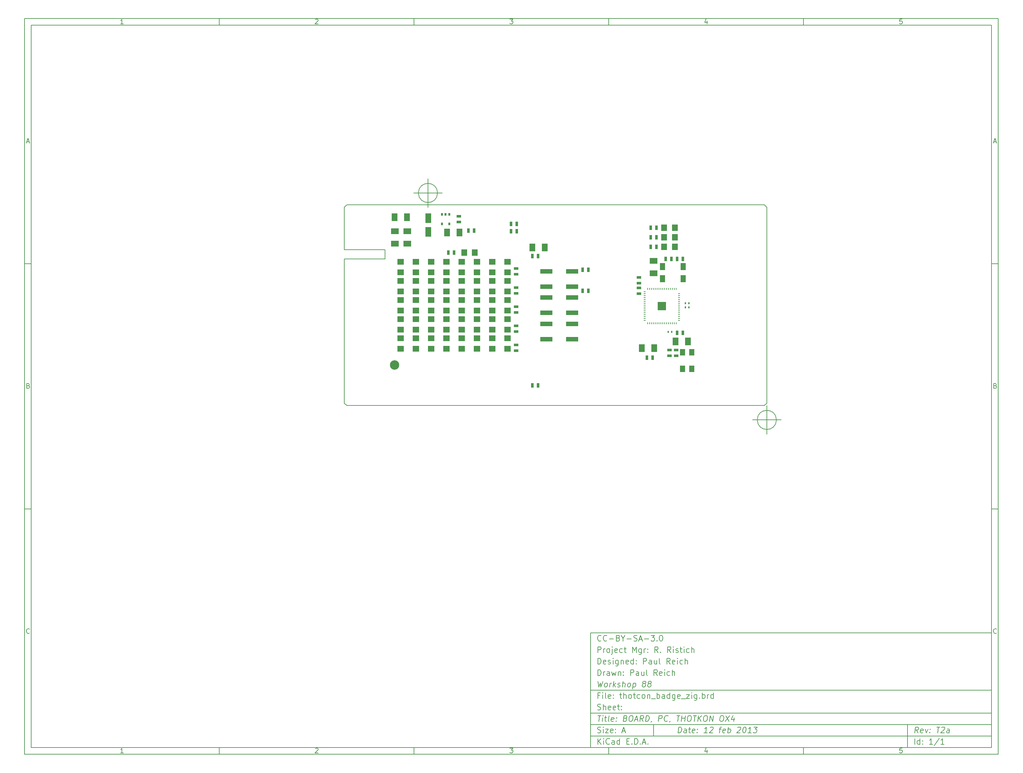
<source format=gtp>
G04 (created by PCBNEW (2012-11-15 BZR 3804)-stable) date Tue 12 Feb 2013 01:01:18 CST*
%MOIN*%
G04 Gerber Fmt 3.4, Leading zero omitted, Abs format*
%FSLAX34Y34*%
G01*
G70*
G90*
G04 APERTURE LIST*
%ADD10C,0.006*%
%ADD11C,0.00590551*%
%ADD12R,0.063X0.1024*%
%ADD13R,0.0629X0.0709*%
%ADD14R,0.00736X0.02472*%
%ADD15R,0.02472X0.00736*%
%ADD16R,0.00736X0.0236*%
%ADD17R,0.086X0.086*%
%ADD18R,0.13X0.05*%
%ADD19R,0.0551X0.0709*%
%ADD20R,0.052X0.075*%
%ADD21R,0.02X0.03*%
%ADD22R,0.06X0.08*%
%ADD23R,0.08X0.06*%
%ADD24R,0.045X0.025*%
%ADD25R,0.025X0.045*%
%ADD26R,0.0157X0.0236*%
%ADD27R,0.0709X0.0629*%
%ADD28C,0.0985*%
G04 APERTURE END LIST*
G54D10*
X-38750Y36250D02*
X63250Y36250D01*
X63250Y-40750D01*
X-38750Y-40750D01*
X-38750Y36250D01*
X-38050Y35550D02*
X62550Y35550D01*
X62550Y-40050D01*
X-38050Y-40050D01*
X-38050Y35550D01*
X-18350Y36250D02*
X-18350Y35550D01*
X-28407Y35697D02*
X-28692Y35697D01*
X-28550Y35697D02*
X-28550Y36197D01*
X-28597Y36126D01*
X-28645Y36078D01*
X-28692Y36054D01*
X-18350Y-40750D02*
X-18350Y-40050D01*
X-28407Y-40602D02*
X-28692Y-40602D01*
X-28550Y-40602D02*
X-28550Y-40102D01*
X-28597Y-40173D01*
X-28645Y-40221D01*
X-28692Y-40245D01*
X2050Y36250D02*
X2050Y35550D01*
X-8292Y36150D02*
X-8269Y36173D01*
X-8221Y36197D01*
X-8102Y36197D01*
X-8054Y36173D01*
X-8030Y36150D01*
X-8007Y36102D01*
X-8007Y36054D01*
X-8030Y35983D01*
X-8316Y35697D01*
X-8007Y35697D01*
X2050Y-40750D02*
X2050Y-40050D01*
X-8292Y-40150D02*
X-8269Y-40126D01*
X-8221Y-40102D01*
X-8102Y-40102D01*
X-8054Y-40126D01*
X-8030Y-40150D01*
X-8007Y-40197D01*
X-8007Y-40245D01*
X-8030Y-40316D01*
X-8316Y-40602D01*
X-8007Y-40602D01*
X22450Y36250D02*
X22450Y35550D01*
X12083Y36197D02*
X12392Y36197D01*
X12226Y36007D01*
X12297Y36007D01*
X12345Y35983D01*
X12369Y35959D01*
X12392Y35911D01*
X12392Y35792D01*
X12369Y35745D01*
X12345Y35721D01*
X12297Y35697D01*
X12154Y35697D01*
X12107Y35721D01*
X12083Y35745D01*
X22450Y-40750D02*
X22450Y-40050D01*
X12083Y-40102D02*
X12392Y-40102D01*
X12226Y-40292D01*
X12297Y-40292D01*
X12345Y-40316D01*
X12369Y-40340D01*
X12392Y-40388D01*
X12392Y-40507D01*
X12369Y-40554D01*
X12345Y-40578D01*
X12297Y-40602D01*
X12154Y-40602D01*
X12107Y-40578D01*
X12083Y-40554D01*
X42850Y36250D02*
X42850Y35550D01*
X32745Y36030D02*
X32745Y35697D01*
X32626Y36221D02*
X32507Y35864D01*
X32816Y35864D01*
X42850Y-40750D02*
X42850Y-40050D01*
X32745Y-40269D02*
X32745Y-40602D01*
X32626Y-40078D02*
X32507Y-40435D01*
X32816Y-40435D01*
X53169Y36197D02*
X52930Y36197D01*
X52907Y35959D01*
X52930Y35983D01*
X52978Y36007D01*
X53097Y36007D01*
X53145Y35983D01*
X53169Y35959D01*
X53192Y35911D01*
X53192Y35792D01*
X53169Y35745D01*
X53145Y35721D01*
X53097Y35697D01*
X52978Y35697D01*
X52930Y35721D01*
X52907Y35745D01*
X53169Y-40102D02*
X52930Y-40102D01*
X52907Y-40340D01*
X52930Y-40316D01*
X52978Y-40292D01*
X53097Y-40292D01*
X53145Y-40316D01*
X53169Y-40340D01*
X53192Y-40388D01*
X53192Y-40507D01*
X53169Y-40554D01*
X53145Y-40578D01*
X53097Y-40602D01*
X52978Y-40602D01*
X52930Y-40578D01*
X52907Y-40554D01*
X-38750Y10590D02*
X-38050Y10590D01*
X-38519Y23360D02*
X-38280Y23360D01*
X-38566Y23217D02*
X-38399Y23717D01*
X-38233Y23217D01*
X63250Y10590D02*
X62550Y10590D01*
X62780Y23360D02*
X63019Y23360D01*
X62733Y23217D02*
X62900Y23717D01*
X63066Y23217D01*
X-38750Y-15070D02*
X-38050Y-15070D01*
X-38364Y-2180D02*
X-38292Y-2204D01*
X-38269Y-2228D01*
X-38245Y-2275D01*
X-38245Y-2347D01*
X-38269Y-2394D01*
X-38292Y-2418D01*
X-38340Y-2442D01*
X-38530Y-2442D01*
X-38530Y-1942D01*
X-38364Y-1942D01*
X-38316Y-1966D01*
X-38292Y-1990D01*
X-38269Y-2037D01*
X-38269Y-2085D01*
X-38292Y-2132D01*
X-38316Y-2156D01*
X-38364Y-2180D01*
X-38530Y-2180D01*
X63250Y-15070D02*
X62550Y-15070D01*
X62935Y-2180D02*
X63007Y-2204D01*
X63030Y-2228D01*
X63054Y-2275D01*
X63054Y-2347D01*
X63030Y-2394D01*
X63007Y-2418D01*
X62959Y-2442D01*
X62769Y-2442D01*
X62769Y-1942D01*
X62935Y-1942D01*
X62983Y-1966D01*
X63007Y-1990D01*
X63030Y-2037D01*
X63030Y-2085D01*
X63007Y-2132D01*
X62983Y-2156D01*
X62935Y-2180D01*
X62769Y-2180D01*
X-38245Y-28054D02*
X-38269Y-28078D01*
X-38340Y-28102D01*
X-38388Y-28102D01*
X-38459Y-28078D01*
X-38507Y-28030D01*
X-38530Y-27983D01*
X-38554Y-27888D01*
X-38554Y-27816D01*
X-38530Y-27721D01*
X-38507Y-27673D01*
X-38459Y-27626D01*
X-38388Y-27602D01*
X-38340Y-27602D01*
X-38269Y-27626D01*
X-38245Y-27650D01*
X63054Y-28054D02*
X63030Y-28078D01*
X62959Y-28102D01*
X62911Y-28102D01*
X62840Y-28078D01*
X62792Y-28030D01*
X62769Y-27983D01*
X62745Y-27888D01*
X62745Y-27816D01*
X62769Y-27721D01*
X62792Y-27673D01*
X62840Y-27626D01*
X62911Y-27602D01*
X62959Y-27602D01*
X63030Y-27626D01*
X63054Y-27650D01*
X29700Y-38492D02*
X29775Y-37892D01*
X29917Y-37892D01*
X30000Y-37921D01*
X30050Y-37978D01*
X30071Y-38035D01*
X30085Y-38150D01*
X30075Y-38235D01*
X30032Y-38350D01*
X29996Y-38407D01*
X29932Y-38464D01*
X29842Y-38492D01*
X29700Y-38492D01*
X30557Y-38492D02*
X30596Y-38178D01*
X30575Y-38121D01*
X30521Y-38092D01*
X30407Y-38092D01*
X30346Y-38121D01*
X30560Y-38464D02*
X30500Y-38492D01*
X30357Y-38492D01*
X30303Y-38464D01*
X30282Y-38407D01*
X30289Y-38350D01*
X30325Y-38292D01*
X30385Y-38264D01*
X30528Y-38264D01*
X30589Y-38235D01*
X30807Y-38092D02*
X31035Y-38092D01*
X30917Y-37892D02*
X30853Y-38407D01*
X30875Y-38464D01*
X30928Y-38492D01*
X30985Y-38492D01*
X31417Y-38464D02*
X31357Y-38492D01*
X31242Y-38492D01*
X31189Y-38464D01*
X31167Y-38407D01*
X31196Y-38178D01*
X31232Y-38121D01*
X31292Y-38092D01*
X31407Y-38092D01*
X31460Y-38121D01*
X31482Y-38178D01*
X31475Y-38235D01*
X31182Y-38292D01*
X31707Y-38435D02*
X31732Y-38464D01*
X31700Y-38492D01*
X31675Y-38464D01*
X31707Y-38435D01*
X31700Y-38492D01*
X31746Y-38121D02*
X31771Y-38150D01*
X31739Y-38178D01*
X31714Y-38150D01*
X31746Y-38121D01*
X31739Y-38178D01*
X32757Y-38492D02*
X32414Y-38492D01*
X32585Y-38492D02*
X32660Y-37892D01*
X32592Y-37978D01*
X32528Y-38035D01*
X32467Y-38064D01*
X33053Y-37950D02*
X33085Y-37921D01*
X33146Y-37892D01*
X33289Y-37892D01*
X33342Y-37921D01*
X33367Y-37950D01*
X33389Y-38007D01*
X33382Y-38064D01*
X33342Y-38150D01*
X32957Y-38492D01*
X33328Y-38492D01*
X34007Y-38092D02*
X34235Y-38092D01*
X34042Y-38492D02*
X34107Y-37978D01*
X34142Y-37921D01*
X34203Y-37892D01*
X34260Y-37892D01*
X34617Y-38464D02*
X34557Y-38492D01*
X34442Y-38492D01*
X34389Y-38464D01*
X34367Y-38407D01*
X34396Y-38178D01*
X34432Y-38121D01*
X34492Y-38092D01*
X34607Y-38092D01*
X34660Y-38121D01*
X34682Y-38178D01*
X34675Y-38235D01*
X34382Y-38292D01*
X34900Y-38492D02*
X34975Y-37892D01*
X34946Y-38121D02*
X35007Y-38092D01*
X35121Y-38092D01*
X35175Y-38121D01*
X35200Y-38150D01*
X35221Y-38207D01*
X35200Y-38378D01*
X35164Y-38435D01*
X35132Y-38464D01*
X35071Y-38492D01*
X34957Y-38492D01*
X34903Y-38464D01*
X35939Y-37950D02*
X35971Y-37921D01*
X36032Y-37892D01*
X36175Y-37892D01*
X36228Y-37921D01*
X36253Y-37950D01*
X36275Y-38007D01*
X36267Y-38064D01*
X36228Y-38150D01*
X35842Y-38492D01*
X36214Y-38492D01*
X36660Y-37892D02*
X36717Y-37892D01*
X36771Y-37921D01*
X36796Y-37950D01*
X36817Y-38007D01*
X36832Y-38121D01*
X36814Y-38264D01*
X36771Y-38378D01*
X36735Y-38435D01*
X36703Y-38464D01*
X36642Y-38492D01*
X36585Y-38492D01*
X36532Y-38464D01*
X36507Y-38435D01*
X36485Y-38378D01*
X36471Y-38264D01*
X36489Y-38121D01*
X36532Y-38007D01*
X36567Y-37950D01*
X36600Y-37921D01*
X36660Y-37892D01*
X37357Y-38492D02*
X37014Y-38492D01*
X37185Y-38492D02*
X37260Y-37892D01*
X37192Y-37978D01*
X37128Y-38035D01*
X37067Y-38064D01*
X37632Y-37892D02*
X38003Y-37892D01*
X37775Y-38121D01*
X37860Y-38121D01*
X37914Y-38150D01*
X37939Y-38178D01*
X37960Y-38235D01*
X37942Y-38378D01*
X37907Y-38435D01*
X37875Y-38464D01*
X37814Y-38492D01*
X37642Y-38492D01*
X37589Y-38464D01*
X37564Y-38435D01*
X21292Y-39692D02*
X21292Y-39092D01*
X21635Y-39692D02*
X21378Y-39350D01*
X21635Y-39092D02*
X21292Y-39435D01*
X21892Y-39692D02*
X21892Y-39292D01*
X21892Y-39092D02*
X21864Y-39121D01*
X21892Y-39150D01*
X21921Y-39121D01*
X21892Y-39092D01*
X21892Y-39150D01*
X22521Y-39635D02*
X22492Y-39664D01*
X22407Y-39692D01*
X22350Y-39692D01*
X22264Y-39664D01*
X22207Y-39607D01*
X22178Y-39550D01*
X22150Y-39435D01*
X22150Y-39350D01*
X22178Y-39235D01*
X22207Y-39178D01*
X22264Y-39121D01*
X22350Y-39092D01*
X22407Y-39092D01*
X22492Y-39121D01*
X22521Y-39150D01*
X23035Y-39692D02*
X23035Y-39378D01*
X23007Y-39321D01*
X22950Y-39292D01*
X22835Y-39292D01*
X22778Y-39321D01*
X23035Y-39664D02*
X22978Y-39692D01*
X22835Y-39692D01*
X22778Y-39664D01*
X22750Y-39607D01*
X22750Y-39550D01*
X22778Y-39492D01*
X22835Y-39464D01*
X22978Y-39464D01*
X23035Y-39435D01*
X23578Y-39692D02*
X23578Y-39092D01*
X23578Y-39664D02*
X23521Y-39692D01*
X23407Y-39692D01*
X23350Y-39664D01*
X23321Y-39635D01*
X23292Y-39578D01*
X23292Y-39407D01*
X23321Y-39350D01*
X23350Y-39321D01*
X23407Y-39292D01*
X23521Y-39292D01*
X23578Y-39321D01*
X24321Y-39378D02*
X24521Y-39378D01*
X24607Y-39692D02*
X24321Y-39692D01*
X24321Y-39092D01*
X24607Y-39092D01*
X24864Y-39635D02*
X24892Y-39664D01*
X24864Y-39692D01*
X24835Y-39664D01*
X24864Y-39635D01*
X24864Y-39692D01*
X25149Y-39692D02*
X25149Y-39092D01*
X25292Y-39092D01*
X25378Y-39121D01*
X25435Y-39178D01*
X25464Y-39235D01*
X25492Y-39350D01*
X25492Y-39435D01*
X25464Y-39550D01*
X25435Y-39607D01*
X25378Y-39664D01*
X25292Y-39692D01*
X25149Y-39692D01*
X25749Y-39635D02*
X25778Y-39664D01*
X25749Y-39692D01*
X25721Y-39664D01*
X25749Y-39635D01*
X25749Y-39692D01*
X26007Y-39521D02*
X26292Y-39521D01*
X25949Y-39692D02*
X26149Y-39092D01*
X26349Y-39692D01*
X26549Y-39635D02*
X26578Y-39664D01*
X26549Y-39692D01*
X26521Y-39664D01*
X26549Y-39635D01*
X26549Y-39692D01*
X54842Y-38492D02*
X54678Y-38207D01*
X54500Y-38492D02*
X54575Y-37892D01*
X54803Y-37892D01*
X54857Y-37921D01*
X54882Y-37950D01*
X54903Y-38007D01*
X54892Y-38092D01*
X54857Y-38150D01*
X54825Y-38178D01*
X54764Y-38207D01*
X54535Y-38207D01*
X55332Y-38464D02*
X55271Y-38492D01*
X55157Y-38492D01*
X55103Y-38464D01*
X55082Y-38407D01*
X55110Y-38178D01*
X55146Y-38121D01*
X55207Y-38092D01*
X55321Y-38092D01*
X55375Y-38121D01*
X55396Y-38178D01*
X55389Y-38235D01*
X55096Y-38292D01*
X55607Y-38092D02*
X55700Y-38492D01*
X55892Y-38092D01*
X56078Y-38435D02*
X56103Y-38464D01*
X56071Y-38492D01*
X56046Y-38464D01*
X56078Y-38435D01*
X56071Y-38492D01*
X56117Y-38121D02*
X56142Y-38150D01*
X56110Y-38178D01*
X56085Y-38150D01*
X56117Y-38121D01*
X56110Y-38178D01*
X56803Y-37892D02*
X57146Y-37892D01*
X56900Y-38492D02*
X56975Y-37892D01*
X57310Y-37950D02*
X57342Y-37921D01*
X57403Y-37892D01*
X57546Y-37892D01*
X57600Y-37921D01*
X57625Y-37950D01*
X57646Y-38007D01*
X57639Y-38064D01*
X57600Y-38150D01*
X57214Y-38492D01*
X57585Y-38492D01*
X58100Y-38492D02*
X58139Y-38178D01*
X58117Y-38121D01*
X58064Y-38092D01*
X57950Y-38092D01*
X57889Y-38121D01*
X58103Y-38464D02*
X58042Y-38492D01*
X57900Y-38492D01*
X57846Y-38464D01*
X57825Y-38407D01*
X57832Y-38350D01*
X57867Y-38292D01*
X57928Y-38264D01*
X58071Y-38264D01*
X58132Y-38235D01*
X21264Y-38464D02*
X21350Y-38492D01*
X21492Y-38492D01*
X21550Y-38464D01*
X21578Y-38435D01*
X21607Y-38378D01*
X21607Y-38321D01*
X21578Y-38264D01*
X21550Y-38235D01*
X21492Y-38207D01*
X21378Y-38178D01*
X21321Y-38150D01*
X21292Y-38121D01*
X21264Y-38064D01*
X21264Y-38007D01*
X21292Y-37950D01*
X21321Y-37921D01*
X21378Y-37892D01*
X21521Y-37892D01*
X21607Y-37921D01*
X21864Y-38492D02*
X21864Y-38092D01*
X21864Y-37892D02*
X21835Y-37921D01*
X21864Y-37950D01*
X21892Y-37921D01*
X21864Y-37892D01*
X21864Y-37950D01*
X22092Y-38092D02*
X22407Y-38092D01*
X22092Y-38492D01*
X22407Y-38492D01*
X22864Y-38464D02*
X22807Y-38492D01*
X22692Y-38492D01*
X22635Y-38464D01*
X22607Y-38407D01*
X22607Y-38178D01*
X22635Y-38121D01*
X22692Y-38092D01*
X22807Y-38092D01*
X22864Y-38121D01*
X22892Y-38178D01*
X22892Y-38235D01*
X22607Y-38292D01*
X23150Y-38435D02*
X23178Y-38464D01*
X23150Y-38492D01*
X23121Y-38464D01*
X23150Y-38435D01*
X23150Y-38492D01*
X23150Y-38121D02*
X23178Y-38150D01*
X23150Y-38178D01*
X23121Y-38150D01*
X23150Y-38121D01*
X23150Y-38178D01*
X23864Y-38321D02*
X24150Y-38321D01*
X23807Y-38492D02*
X24007Y-37892D01*
X24207Y-38492D01*
X54492Y-39692D02*
X54492Y-39092D01*
X55035Y-39692D02*
X55035Y-39092D01*
X55035Y-39664D02*
X54978Y-39692D01*
X54864Y-39692D01*
X54807Y-39664D01*
X54778Y-39635D01*
X54750Y-39578D01*
X54750Y-39407D01*
X54778Y-39350D01*
X54807Y-39321D01*
X54864Y-39292D01*
X54978Y-39292D01*
X55035Y-39321D01*
X55321Y-39635D02*
X55350Y-39664D01*
X55321Y-39692D01*
X55292Y-39664D01*
X55321Y-39635D01*
X55321Y-39692D01*
X55321Y-39321D02*
X55350Y-39350D01*
X55321Y-39378D01*
X55292Y-39350D01*
X55321Y-39321D01*
X55321Y-39378D01*
X56378Y-39692D02*
X56035Y-39692D01*
X56207Y-39692D02*
X56207Y-39092D01*
X56149Y-39178D01*
X56092Y-39235D01*
X56035Y-39264D01*
X57064Y-39064D02*
X56550Y-39835D01*
X57578Y-39692D02*
X57235Y-39692D01*
X57407Y-39692D02*
X57407Y-39092D01*
X57349Y-39178D01*
X57292Y-39235D01*
X57235Y-39264D01*
X21289Y-36692D02*
X21632Y-36692D01*
X21385Y-37292D02*
X21460Y-36692D01*
X21757Y-37292D02*
X21807Y-36892D01*
X21832Y-36692D02*
X21800Y-36721D01*
X21825Y-36750D01*
X21857Y-36721D01*
X21832Y-36692D01*
X21825Y-36750D01*
X22007Y-36892D02*
X22235Y-36892D01*
X22117Y-36692D02*
X22053Y-37207D01*
X22075Y-37264D01*
X22128Y-37292D01*
X22185Y-37292D01*
X22471Y-37292D02*
X22417Y-37264D01*
X22396Y-37207D01*
X22460Y-36692D01*
X22932Y-37264D02*
X22871Y-37292D01*
X22757Y-37292D01*
X22703Y-37264D01*
X22682Y-37207D01*
X22710Y-36978D01*
X22746Y-36921D01*
X22807Y-36892D01*
X22921Y-36892D01*
X22975Y-36921D01*
X22996Y-36978D01*
X22989Y-37035D01*
X22696Y-37092D01*
X23221Y-37235D02*
X23246Y-37264D01*
X23214Y-37292D01*
X23189Y-37264D01*
X23221Y-37235D01*
X23214Y-37292D01*
X23260Y-36921D02*
X23285Y-36950D01*
X23253Y-36978D01*
X23228Y-36950D01*
X23260Y-36921D01*
X23253Y-36978D01*
X24196Y-36978D02*
X24278Y-37007D01*
X24303Y-37035D01*
X24325Y-37092D01*
X24314Y-37178D01*
X24278Y-37235D01*
X24246Y-37264D01*
X24185Y-37292D01*
X23957Y-37292D01*
X24032Y-36692D01*
X24232Y-36692D01*
X24285Y-36721D01*
X24310Y-36750D01*
X24332Y-36807D01*
X24325Y-36864D01*
X24289Y-36921D01*
X24257Y-36950D01*
X24196Y-36978D01*
X23996Y-36978D01*
X24746Y-36692D02*
X24860Y-36692D01*
X24914Y-36721D01*
X24964Y-36778D01*
X24978Y-36892D01*
X24953Y-37092D01*
X24910Y-37207D01*
X24846Y-37264D01*
X24785Y-37292D01*
X24671Y-37292D01*
X24617Y-37264D01*
X24567Y-37207D01*
X24553Y-37092D01*
X24578Y-36892D01*
X24621Y-36778D01*
X24685Y-36721D01*
X24746Y-36692D01*
X25178Y-37121D02*
X25464Y-37121D01*
X25100Y-37292D02*
X25375Y-36692D01*
X25500Y-37292D01*
X26042Y-37292D02*
X25878Y-37007D01*
X25700Y-37292D02*
X25775Y-36692D01*
X26003Y-36692D01*
X26057Y-36721D01*
X26082Y-36750D01*
X26103Y-36807D01*
X26092Y-36892D01*
X26057Y-36950D01*
X26025Y-36978D01*
X25964Y-37007D01*
X25735Y-37007D01*
X26300Y-37292D02*
X26375Y-36692D01*
X26517Y-36692D01*
X26600Y-36721D01*
X26650Y-36778D01*
X26671Y-36835D01*
X26685Y-36950D01*
X26675Y-37035D01*
X26632Y-37150D01*
X26596Y-37207D01*
X26532Y-37264D01*
X26442Y-37292D01*
X26300Y-37292D01*
X26932Y-37264D02*
X26928Y-37292D01*
X26892Y-37350D01*
X26860Y-37378D01*
X27642Y-37292D02*
X27717Y-36692D01*
X27946Y-36692D01*
X27999Y-36721D01*
X28025Y-36750D01*
X28046Y-36807D01*
X28035Y-36892D01*
X28000Y-36950D01*
X27967Y-36978D01*
X27907Y-37007D01*
X27678Y-37007D01*
X28592Y-37235D02*
X28560Y-37264D01*
X28471Y-37292D01*
X28414Y-37292D01*
X28332Y-37264D01*
X28282Y-37207D01*
X28260Y-37150D01*
X28246Y-37035D01*
X28257Y-36950D01*
X28300Y-36835D01*
X28335Y-36778D01*
X28399Y-36721D01*
X28489Y-36692D01*
X28546Y-36692D01*
X28628Y-36721D01*
X28653Y-36750D01*
X28875Y-37264D02*
X28871Y-37292D01*
X28835Y-37350D01*
X28803Y-37378D01*
X29575Y-36692D02*
X29917Y-36692D01*
X29671Y-37292D02*
X29746Y-36692D01*
X30042Y-37292D02*
X30117Y-36692D01*
X30082Y-36978D02*
X30425Y-36978D01*
X30385Y-37292D02*
X30460Y-36692D01*
X30860Y-36692D02*
X30975Y-36692D01*
X31028Y-36721D01*
X31078Y-36778D01*
X31092Y-36892D01*
X31067Y-37092D01*
X31024Y-37207D01*
X30960Y-37264D01*
X30900Y-37292D01*
X30785Y-37292D01*
X30732Y-37264D01*
X30682Y-37207D01*
X30667Y-37092D01*
X30692Y-36892D01*
X30735Y-36778D01*
X30799Y-36721D01*
X30860Y-36692D01*
X31289Y-36692D02*
X31632Y-36692D01*
X31385Y-37292D02*
X31460Y-36692D01*
X31757Y-37292D02*
X31832Y-36692D01*
X32099Y-37292D02*
X31885Y-36950D01*
X32174Y-36692D02*
X31789Y-37035D01*
X32546Y-36692D02*
X32660Y-36692D01*
X32714Y-36721D01*
X32764Y-36778D01*
X32778Y-36892D01*
X32753Y-37092D01*
X32710Y-37207D01*
X32646Y-37264D01*
X32585Y-37292D01*
X32471Y-37292D01*
X32417Y-37264D01*
X32367Y-37207D01*
X32353Y-37092D01*
X32378Y-36892D01*
X32421Y-36778D01*
X32485Y-36721D01*
X32546Y-36692D01*
X32985Y-37292D02*
X33060Y-36692D01*
X33328Y-37292D01*
X33403Y-36692D01*
X34260Y-36692D02*
X34374Y-36692D01*
X34428Y-36721D01*
X34478Y-36778D01*
X34492Y-36892D01*
X34467Y-37092D01*
X34424Y-37207D01*
X34360Y-37264D01*
X34299Y-37292D01*
X34185Y-37292D01*
X34132Y-37264D01*
X34082Y-37207D01*
X34067Y-37092D01*
X34092Y-36892D01*
X34135Y-36778D01*
X34199Y-36721D01*
X34260Y-36692D01*
X34717Y-36692D02*
X35042Y-37292D01*
X35117Y-36692D02*
X34642Y-37292D01*
X35578Y-36892D02*
X35528Y-37292D01*
X35464Y-36664D02*
X35267Y-37092D01*
X35639Y-37092D01*
X21492Y-34578D02*
X21292Y-34578D01*
X21292Y-34892D02*
X21292Y-34292D01*
X21578Y-34292D01*
X21807Y-34892D02*
X21807Y-34492D01*
X21807Y-34292D02*
X21778Y-34321D01*
X21807Y-34350D01*
X21835Y-34321D01*
X21807Y-34292D01*
X21807Y-34350D01*
X22178Y-34892D02*
X22121Y-34864D01*
X22092Y-34807D01*
X22092Y-34292D01*
X22635Y-34864D02*
X22578Y-34892D01*
X22464Y-34892D01*
X22407Y-34864D01*
X22378Y-34807D01*
X22378Y-34578D01*
X22407Y-34521D01*
X22464Y-34492D01*
X22578Y-34492D01*
X22635Y-34521D01*
X22664Y-34578D01*
X22664Y-34635D01*
X22378Y-34692D01*
X22921Y-34835D02*
X22950Y-34864D01*
X22921Y-34892D01*
X22892Y-34864D01*
X22921Y-34835D01*
X22921Y-34892D01*
X22921Y-34521D02*
X22950Y-34550D01*
X22921Y-34578D01*
X22892Y-34550D01*
X22921Y-34521D01*
X22921Y-34578D01*
X23578Y-34492D02*
X23807Y-34492D01*
X23664Y-34292D02*
X23664Y-34807D01*
X23692Y-34864D01*
X23750Y-34892D01*
X23807Y-34892D01*
X24007Y-34892D02*
X24007Y-34292D01*
X24264Y-34892D02*
X24264Y-34578D01*
X24235Y-34521D01*
X24178Y-34492D01*
X24092Y-34492D01*
X24035Y-34521D01*
X24007Y-34550D01*
X24635Y-34892D02*
X24578Y-34864D01*
X24550Y-34835D01*
X24521Y-34778D01*
X24521Y-34607D01*
X24550Y-34550D01*
X24578Y-34521D01*
X24635Y-34492D01*
X24721Y-34492D01*
X24778Y-34521D01*
X24807Y-34550D01*
X24835Y-34607D01*
X24835Y-34778D01*
X24807Y-34835D01*
X24778Y-34864D01*
X24721Y-34892D01*
X24635Y-34892D01*
X25007Y-34492D02*
X25235Y-34492D01*
X25092Y-34292D02*
X25092Y-34807D01*
X25121Y-34864D01*
X25178Y-34892D01*
X25235Y-34892D01*
X25692Y-34864D02*
X25635Y-34892D01*
X25521Y-34892D01*
X25464Y-34864D01*
X25435Y-34835D01*
X25407Y-34778D01*
X25407Y-34607D01*
X25435Y-34550D01*
X25464Y-34521D01*
X25521Y-34492D01*
X25635Y-34492D01*
X25692Y-34521D01*
X26035Y-34892D02*
X25978Y-34864D01*
X25950Y-34835D01*
X25921Y-34778D01*
X25921Y-34607D01*
X25950Y-34550D01*
X25978Y-34521D01*
X26035Y-34492D01*
X26121Y-34492D01*
X26178Y-34521D01*
X26207Y-34550D01*
X26235Y-34607D01*
X26235Y-34778D01*
X26207Y-34835D01*
X26178Y-34864D01*
X26121Y-34892D01*
X26035Y-34892D01*
X26492Y-34492D02*
X26492Y-34892D01*
X26492Y-34550D02*
X26521Y-34521D01*
X26578Y-34492D01*
X26664Y-34492D01*
X26721Y-34521D01*
X26750Y-34578D01*
X26750Y-34892D01*
X26892Y-34950D02*
X27350Y-34950D01*
X27492Y-34892D02*
X27492Y-34292D01*
X27492Y-34521D02*
X27550Y-34492D01*
X27664Y-34492D01*
X27721Y-34521D01*
X27750Y-34550D01*
X27778Y-34607D01*
X27778Y-34778D01*
X27750Y-34835D01*
X27721Y-34864D01*
X27664Y-34892D01*
X27550Y-34892D01*
X27492Y-34864D01*
X28292Y-34892D02*
X28292Y-34578D01*
X28264Y-34521D01*
X28207Y-34492D01*
X28092Y-34492D01*
X28035Y-34521D01*
X28292Y-34864D02*
X28235Y-34892D01*
X28092Y-34892D01*
X28035Y-34864D01*
X28007Y-34807D01*
X28007Y-34750D01*
X28035Y-34692D01*
X28092Y-34664D01*
X28235Y-34664D01*
X28292Y-34635D01*
X28835Y-34892D02*
X28835Y-34292D01*
X28835Y-34864D02*
X28778Y-34892D01*
X28664Y-34892D01*
X28607Y-34864D01*
X28578Y-34835D01*
X28550Y-34778D01*
X28550Y-34607D01*
X28578Y-34550D01*
X28607Y-34521D01*
X28664Y-34492D01*
X28778Y-34492D01*
X28835Y-34521D01*
X29378Y-34492D02*
X29378Y-34978D01*
X29350Y-35035D01*
X29321Y-35064D01*
X29264Y-35092D01*
X29178Y-35092D01*
X29121Y-35064D01*
X29378Y-34864D02*
X29321Y-34892D01*
X29207Y-34892D01*
X29150Y-34864D01*
X29121Y-34835D01*
X29092Y-34778D01*
X29092Y-34607D01*
X29121Y-34550D01*
X29150Y-34521D01*
X29207Y-34492D01*
X29321Y-34492D01*
X29378Y-34521D01*
X29892Y-34864D02*
X29835Y-34892D01*
X29721Y-34892D01*
X29664Y-34864D01*
X29635Y-34807D01*
X29635Y-34578D01*
X29664Y-34521D01*
X29721Y-34492D01*
X29835Y-34492D01*
X29892Y-34521D01*
X29921Y-34578D01*
X29921Y-34635D01*
X29635Y-34692D01*
X30035Y-34950D02*
X30492Y-34950D01*
X30578Y-34492D02*
X30892Y-34492D01*
X30578Y-34892D01*
X30892Y-34892D01*
X31121Y-34892D02*
X31121Y-34492D01*
X31121Y-34292D02*
X31092Y-34321D01*
X31121Y-34350D01*
X31150Y-34321D01*
X31121Y-34292D01*
X31121Y-34350D01*
X31664Y-34492D02*
X31664Y-34978D01*
X31635Y-35035D01*
X31607Y-35064D01*
X31549Y-35092D01*
X31464Y-35092D01*
X31407Y-35064D01*
X31664Y-34864D02*
X31607Y-34892D01*
X31492Y-34892D01*
X31435Y-34864D01*
X31407Y-34835D01*
X31378Y-34778D01*
X31378Y-34607D01*
X31407Y-34550D01*
X31435Y-34521D01*
X31492Y-34492D01*
X31607Y-34492D01*
X31664Y-34521D01*
X31949Y-34835D02*
X31978Y-34864D01*
X31949Y-34892D01*
X31921Y-34864D01*
X31949Y-34835D01*
X31949Y-34892D01*
X32235Y-34892D02*
X32235Y-34292D01*
X32235Y-34521D02*
X32292Y-34492D01*
X32407Y-34492D01*
X32464Y-34521D01*
X32492Y-34550D01*
X32521Y-34607D01*
X32521Y-34778D01*
X32492Y-34835D01*
X32464Y-34864D01*
X32407Y-34892D01*
X32292Y-34892D01*
X32235Y-34864D01*
X32778Y-34892D02*
X32778Y-34492D01*
X32778Y-34607D02*
X32807Y-34550D01*
X32835Y-34521D01*
X32892Y-34492D01*
X32949Y-34492D01*
X33407Y-34892D02*
X33407Y-34292D01*
X33407Y-34864D02*
X33349Y-34892D01*
X33235Y-34892D01*
X33178Y-34864D01*
X33149Y-34835D01*
X33121Y-34778D01*
X33121Y-34607D01*
X33149Y-34550D01*
X33178Y-34521D01*
X33235Y-34492D01*
X33349Y-34492D01*
X33407Y-34521D01*
X21264Y-36064D02*
X21350Y-36092D01*
X21492Y-36092D01*
X21550Y-36064D01*
X21578Y-36035D01*
X21607Y-35978D01*
X21607Y-35921D01*
X21578Y-35864D01*
X21550Y-35835D01*
X21492Y-35807D01*
X21378Y-35778D01*
X21321Y-35750D01*
X21292Y-35721D01*
X21264Y-35664D01*
X21264Y-35607D01*
X21292Y-35550D01*
X21321Y-35521D01*
X21378Y-35492D01*
X21521Y-35492D01*
X21607Y-35521D01*
X21864Y-36092D02*
X21864Y-35492D01*
X22121Y-36092D02*
X22121Y-35778D01*
X22092Y-35721D01*
X22035Y-35692D01*
X21950Y-35692D01*
X21892Y-35721D01*
X21864Y-35750D01*
X22635Y-36064D02*
X22578Y-36092D01*
X22464Y-36092D01*
X22407Y-36064D01*
X22378Y-36007D01*
X22378Y-35778D01*
X22407Y-35721D01*
X22464Y-35692D01*
X22578Y-35692D01*
X22635Y-35721D01*
X22664Y-35778D01*
X22664Y-35835D01*
X22378Y-35892D01*
X23150Y-36064D02*
X23092Y-36092D01*
X22978Y-36092D01*
X22921Y-36064D01*
X22892Y-36007D01*
X22892Y-35778D01*
X22921Y-35721D01*
X22978Y-35692D01*
X23092Y-35692D01*
X23150Y-35721D01*
X23178Y-35778D01*
X23178Y-35835D01*
X22892Y-35892D01*
X23350Y-35692D02*
X23578Y-35692D01*
X23435Y-35492D02*
X23435Y-36007D01*
X23464Y-36064D01*
X23521Y-36092D01*
X23578Y-36092D01*
X23778Y-36035D02*
X23807Y-36064D01*
X23778Y-36092D01*
X23750Y-36064D01*
X23778Y-36035D01*
X23778Y-36092D01*
X23778Y-35721D02*
X23807Y-35750D01*
X23778Y-35778D01*
X23750Y-35750D01*
X23778Y-35721D01*
X23778Y-35778D01*
X21317Y-33092D02*
X21385Y-33692D01*
X21553Y-33264D01*
X21614Y-33692D01*
X21832Y-33092D01*
X22071Y-33692D02*
X22017Y-33664D01*
X21992Y-33635D01*
X21971Y-33578D01*
X21992Y-33407D01*
X22028Y-33350D01*
X22060Y-33321D01*
X22121Y-33292D01*
X22207Y-33292D01*
X22260Y-33321D01*
X22285Y-33350D01*
X22307Y-33407D01*
X22285Y-33578D01*
X22250Y-33635D01*
X22217Y-33664D01*
X22157Y-33692D01*
X22071Y-33692D01*
X22528Y-33692D02*
X22578Y-33292D01*
X22564Y-33407D02*
X22600Y-33350D01*
X22632Y-33321D01*
X22692Y-33292D01*
X22750Y-33292D01*
X22900Y-33692D02*
X22975Y-33092D01*
X22985Y-33464D02*
X23128Y-33692D01*
X23178Y-33292D02*
X22921Y-33521D01*
X23360Y-33664D02*
X23414Y-33692D01*
X23528Y-33692D01*
X23589Y-33664D01*
X23625Y-33607D01*
X23628Y-33578D01*
X23607Y-33521D01*
X23553Y-33492D01*
X23467Y-33492D01*
X23414Y-33464D01*
X23392Y-33407D01*
X23396Y-33378D01*
X23432Y-33321D01*
X23492Y-33292D01*
X23578Y-33292D01*
X23632Y-33321D01*
X23871Y-33692D02*
X23946Y-33092D01*
X24128Y-33692D02*
X24167Y-33378D01*
X24146Y-33321D01*
X24092Y-33292D01*
X24007Y-33292D01*
X23946Y-33321D01*
X23914Y-33350D01*
X24499Y-33692D02*
X24446Y-33664D01*
X24421Y-33635D01*
X24400Y-33578D01*
X24421Y-33407D01*
X24457Y-33350D01*
X24489Y-33321D01*
X24549Y-33292D01*
X24635Y-33292D01*
X24689Y-33321D01*
X24714Y-33350D01*
X24735Y-33407D01*
X24714Y-33578D01*
X24678Y-33635D01*
X24646Y-33664D01*
X24585Y-33692D01*
X24499Y-33692D01*
X25007Y-33292D02*
X24932Y-33892D01*
X25003Y-33321D02*
X25064Y-33292D01*
X25178Y-33292D01*
X25232Y-33321D01*
X25257Y-33350D01*
X25278Y-33407D01*
X25257Y-33578D01*
X25221Y-33635D01*
X25189Y-33664D01*
X25128Y-33692D01*
X25014Y-33692D01*
X24960Y-33664D01*
X26085Y-33350D02*
X26032Y-33321D01*
X26007Y-33292D01*
X25985Y-33235D01*
X25989Y-33207D01*
X26024Y-33150D01*
X26057Y-33121D01*
X26117Y-33092D01*
X26232Y-33092D01*
X26285Y-33121D01*
X26310Y-33150D01*
X26332Y-33207D01*
X26328Y-33235D01*
X26292Y-33292D01*
X26260Y-33321D01*
X26199Y-33350D01*
X26085Y-33350D01*
X26025Y-33378D01*
X25992Y-33407D01*
X25957Y-33464D01*
X25942Y-33578D01*
X25964Y-33635D01*
X25989Y-33664D01*
X26042Y-33692D01*
X26157Y-33692D01*
X26217Y-33664D01*
X26249Y-33635D01*
X26285Y-33578D01*
X26299Y-33464D01*
X26278Y-33407D01*
X26253Y-33378D01*
X26199Y-33350D01*
X26657Y-33350D02*
X26603Y-33321D01*
X26578Y-33292D01*
X26557Y-33235D01*
X26560Y-33207D01*
X26596Y-33150D01*
X26628Y-33121D01*
X26689Y-33092D01*
X26803Y-33092D01*
X26857Y-33121D01*
X26882Y-33150D01*
X26903Y-33207D01*
X26900Y-33235D01*
X26864Y-33292D01*
X26832Y-33321D01*
X26771Y-33350D01*
X26657Y-33350D01*
X26596Y-33378D01*
X26564Y-33407D01*
X26528Y-33464D01*
X26514Y-33578D01*
X26535Y-33635D01*
X26560Y-33664D01*
X26614Y-33692D01*
X26728Y-33692D01*
X26789Y-33664D01*
X26821Y-33635D01*
X26857Y-33578D01*
X26871Y-33464D01*
X26849Y-33407D01*
X26825Y-33378D01*
X26771Y-33350D01*
X21292Y-32492D02*
X21292Y-31892D01*
X21435Y-31892D01*
X21521Y-31921D01*
X21578Y-31978D01*
X21607Y-32035D01*
X21635Y-32150D01*
X21635Y-32235D01*
X21607Y-32350D01*
X21578Y-32407D01*
X21521Y-32464D01*
X21435Y-32492D01*
X21292Y-32492D01*
X21892Y-32492D02*
X21892Y-32092D01*
X21892Y-32207D02*
X21921Y-32150D01*
X21950Y-32121D01*
X22007Y-32092D01*
X22064Y-32092D01*
X22521Y-32492D02*
X22521Y-32178D01*
X22492Y-32121D01*
X22435Y-32092D01*
X22321Y-32092D01*
X22264Y-32121D01*
X22521Y-32464D02*
X22464Y-32492D01*
X22321Y-32492D01*
X22264Y-32464D01*
X22235Y-32407D01*
X22235Y-32350D01*
X22264Y-32292D01*
X22321Y-32264D01*
X22464Y-32264D01*
X22521Y-32235D01*
X22750Y-32092D02*
X22864Y-32492D01*
X22978Y-32207D01*
X23092Y-32492D01*
X23207Y-32092D01*
X23435Y-32092D02*
X23435Y-32492D01*
X23435Y-32150D02*
X23464Y-32121D01*
X23521Y-32092D01*
X23607Y-32092D01*
X23664Y-32121D01*
X23692Y-32178D01*
X23692Y-32492D01*
X23978Y-32435D02*
X24007Y-32464D01*
X23978Y-32492D01*
X23950Y-32464D01*
X23978Y-32435D01*
X23978Y-32492D01*
X23978Y-32121D02*
X24007Y-32150D01*
X23978Y-32178D01*
X23950Y-32150D01*
X23978Y-32121D01*
X23978Y-32178D01*
X24721Y-32492D02*
X24721Y-31892D01*
X24950Y-31892D01*
X25007Y-31921D01*
X25035Y-31950D01*
X25064Y-32007D01*
X25064Y-32092D01*
X25035Y-32150D01*
X25007Y-32178D01*
X24950Y-32207D01*
X24721Y-32207D01*
X25578Y-32492D02*
X25578Y-32178D01*
X25550Y-32121D01*
X25492Y-32092D01*
X25378Y-32092D01*
X25321Y-32121D01*
X25578Y-32464D02*
X25521Y-32492D01*
X25378Y-32492D01*
X25321Y-32464D01*
X25292Y-32407D01*
X25292Y-32350D01*
X25321Y-32292D01*
X25378Y-32264D01*
X25521Y-32264D01*
X25578Y-32235D01*
X26121Y-32092D02*
X26121Y-32492D01*
X25864Y-32092D02*
X25864Y-32407D01*
X25892Y-32464D01*
X25949Y-32492D01*
X26035Y-32492D01*
X26092Y-32464D01*
X26121Y-32435D01*
X26492Y-32492D02*
X26435Y-32464D01*
X26407Y-32407D01*
X26407Y-31892D01*
X27521Y-32492D02*
X27321Y-32207D01*
X27178Y-32492D02*
X27178Y-31892D01*
X27407Y-31892D01*
X27464Y-31921D01*
X27492Y-31950D01*
X27521Y-32007D01*
X27521Y-32092D01*
X27492Y-32150D01*
X27464Y-32178D01*
X27407Y-32207D01*
X27178Y-32207D01*
X28007Y-32464D02*
X27950Y-32492D01*
X27835Y-32492D01*
X27778Y-32464D01*
X27750Y-32407D01*
X27750Y-32178D01*
X27778Y-32121D01*
X27835Y-32092D01*
X27950Y-32092D01*
X28007Y-32121D01*
X28035Y-32178D01*
X28035Y-32235D01*
X27750Y-32292D01*
X28292Y-32492D02*
X28292Y-32092D01*
X28292Y-31892D02*
X28264Y-31921D01*
X28292Y-31950D01*
X28321Y-31921D01*
X28292Y-31892D01*
X28292Y-31950D01*
X28835Y-32464D02*
X28778Y-32492D01*
X28664Y-32492D01*
X28607Y-32464D01*
X28578Y-32435D01*
X28550Y-32378D01*
X28550Y-32207D01*
X28578Y-32150D01*
X28607Y-32121D01*
X28664Y-32092D01*
X28778Y-32092D01*
X28835Y-32121D01*
X29092Y-32492D02*
X29092Y-31892D01*
X29350Y-32492D02*
X29350Y-32178D01*
X29321Y-32121D01*
X29264Y-32092D01*
X29178Y-32092D01*
X29121Y-32121D01*
X29092Y-32150D01*
X21292Y-31292D02*
X21292Y-30692D01*
X21435Y-30692D01*
X21521Y-30721D01*
X21578Y-30778D01*
X21607Y-30835D01*
X21635Y-30950D01*
X21635Y-31035D01*
X21607Y-31150D01*
X21578Y-31207D01*
X21521Y-31264D01*
X21435Y-31292D01*
X21292Y-31292D01*
X22121Y-31264D02*
X22064Y-31292D01*
X21950Y-31292D01*
X21892Y-31264D01*
X21864Y-31207D01*
X21864Y-30978D01*
X21892Y-30921D01*
X21950Y-30892D01*
X22064Y-30892D01*
X22121Y-30921D01*
X22150Y-30978D01*
X22150Y-31035D01*
X21864Y-31092D01*
X22378Y-31264D02*
X22435Y-31292D01*
X22550Y-31292D01*
X22607Y-31264D01*
X22635Y-31207D01*
X22635Y-31178D01*
X22607Y-31121D01*
X22550Y-31092D01*
X22464Y-31092D01*
X22407Y-31064D01*
X22378Y-31007D01*
X22378Y-30978D01*
X22407Y-30921D01*
X22464Y-30892D01*
X22550Y-30892D01*
X22607Y-30921D01*
X22892Y-31292D02*
X22892Y-30892D01*
X22892Y-30692D02*
X22864Y-30721D01*
X22892Y-30750D01*
X22921Y-30721D01*
X22892Y-30692D01*
X22892Y-30750D01*
X23435Y-30892D02*
X23435Y-31378D01*
X23407Y-31435D01*
X23378Y-31464D01*
X23321Y-31492D01*
X23235Y-31492D01*
X23178Y-31464D01*
X23435Y-31264D02*
X23378Y-31292D01*
X23264Y-31292D01*
X23207Y-31264D01*
X23178Y-31235D01*
X23150Y-31178D01*
X23150Y-31007D01*
X23178Y-30950D01*
X23207Y-30921D01*
X23264Y-30892D01*
X23378Y-30892D01*
X23435Y-30921D01*
X23721Y-30892D02*
X23721Y-31292D01*
X23721Y-30950D02*
X23750Y-30921D01*
X23807Y-30892D01*
X23892Y-30892D01*
X23950Y-30921D01*
X23978Y-30978D01*
X23978Y-31292D01*
X24492Y-31264D02*
X24435Y-31292D01*
X24321Y-31292D01*
X24264Y-31264D01*
X24235Y-31207D01*
X24235Y-30978D01*
X24264Y-30921D01*
X24321Y-30892D01*
X24435Y-30892D01*
X24492Y-30921D01*
X24521Y-30978D01*
X24521Y-31035D01*
X24235Y-31092D01*
X25035Y-31292D02*
X25035Y-30692D01*
X25035Y-31264D02*
X24978Y-31292D01*
X24864Y-31292D01*
X24807Y-31264D01*
X24778Y-31235D01*
X24750Y-31178D01*
X24750Y-31007D01*
X24778Y-30950D01*
X24807Y-30921D01*
X24864Y-30892D01*
X24978Y-30892D01*
X25035Y-30921D01*
X25321Y-31235D02*
X25350Y-31264D01*
X25321Y-31292D01*
X25292Y-31264D01*
X25321Y-31235D01*
X25321Y-31292D01*
X25321Y-30921D02*
X25350Y-30950D01*
X25321Y-30978D01*
X25292Y-30950D01*
X25321Y-30921D01*
X25321Y-30978D01*
X26064Y-31292D02*
X26064Y-30692D01*
X26292Y-30692D01*
X26349Y-30721D01*
X26378Y-30750D01*
X26407Y-30807D01*
X26407Y-30892D01*
X26378Y-30950D01*
X26349Y-30978D01*
X26292Y-31007D01*
X26064Y-31007D01*
X26921Y-31292D02*
X26921Y-30978D01*
X26892Y-30921D01*
X26835Y-30892D01*
X26721Y-30892D01*
X26664Y-30921D01*
X26921Y-31264D02*
X26864Y-31292D01*
X26721Y-31292D01*
X26664Y-31264D01*
X26635Y-31207D01*
X26635Y-31150D01*
X26664Y-31092D01*
X26721Y-31064D01*
X26864Y-31064D01*
X26921Y-31035D01*
X27464Y-30892D02*
X27464Y-31292D01*
X27207Y-30892D02*
X27207Y-31207D01*
X27235Y-31264D01*
X27292Y-31292D01*
X27378Y-31292D01*
X27435Y-31264D01*
X27464Y-31235D01*
X27835Y-31292D02*
X27778Y-31264D01*
X27749Y-31207D01*
X27749Y-30692D01*
X28864Y-31292D02*
X28664Y-31007D01*
X28521Y-31292D02*
X28521Y-30692D01*
X28750Y-30692D01*
X28807Y-30721D01*
X28835Y-30750D01*
X28864Y-30807D01*
X28864Y-30892D01*
X28835Y-30950D01*
X28807Y-30978D01*
X28750Y-31007D01*
X28521Y-31007D01*
X29350Y-31264D02*
X29292Y-31292D01*
X29178Y-31292D01*
X29121Y-31264D01*
X29092Y-31207D01*
X29092Y-30978D01*
X29121Y-30921D01*
X29178Y-30892D01*
X29292Y-30892D01*
X29350Y-30921D01*
X29378Y-30978D01*
X29378Y-31035D01*
X29092Y-31092D01*
X29635Y-31292D02*
X29635Y-30892D01*
X29635Y-30692D02*
X29607Y-30721D01*
X29635Y-30750D01*
X29664Y-30721D01*
X29635Y-30692D01*
X29635Y-30750D01*
X30178Y-31264D02*
X30121Y-31292D01*
X30007Y-31292D01*
X29950Y-31264D01*
X29921Y-31235D01*
X29892Y-31178D01*
X29892Y-31007D01*
X29921Y-30950D01*
X29950Y-30921D01*
X30007Y-30892D01*
X30121Y-30892D01*
X30178Y-30921D01*
X30435Y-31292D02*
X30435Y-30692D01*
X30692Y-31292D02*
X30692Y-30978D01*
X30664Y-30921D01*
X30607Y-30892D01*
X30521Y-30892D01*
X30464Y-30921D01*
X30435Y-30950D01*
X21292Y-30092D02*
X21292Y-29492D01*
X21521Y-29492D01*
X21578Y-29521D01*
X21607Y-29550D01*
X21635Y-29607D01*
X21635Y-29692D01*
X21607Y-29750D01*
X21578Y-29778D01*
X21521Y-29807D01*
X21292Y-29807D01*
X21892Y-30092D02*
X21892Y-29692D01*
X21892Y-29807D02*
X21921Y-29750D01*
X21950Y-29721D01*
X22007Y-29692D01*
X22064Y-29692D01*
X22350Y-30092D02*
X22292Y-30064D01*
X22264Y-30035D01*
X22235Y-29978D01*
X22235Y-29807D01*
X22264Y-29750D01*
X22292Y-29721D01*
X22350Y-29692D01*
X22435Y-29692D01*
X22492Y-29721D01*
X22521Y-29750D01*
X22550Y-29807D01*
X22550Y-29978D01*
X22521Y-30035D01*
X22492Y-30064D01*
X22435Y-30092D01*
X22350Y-30092D01*
X22807Y-29692D02*
X22807Y-30207D01*
X22778Y-30264D01*
X22721Y-30292D01*
X22692Y-30292D01*
X22807Y-29492D02*
X22778Y-29521D01*
X22807Y-29550D01*
X22835Y-29521D01*
X22807Y-29492D01*
X22807Y-29550D01*
X23321Y-30064D02*
X23264Y-30092D01*
X23150Y-30092D01*
X23092Y-30064D01*
X23064Y-30007D01*
X23064Y-29778D01*
X23092Y-29721D01*
X23150Y-29692D01*
X23264Y-29692D01*
X23321Y-29721D01*
X23350Y-29778D01*
X23350Y-29835D01*
X23064Y-29892D01*
X23864Y-30064D02*
X23807Y-30092D01*
X23692Y-30092D01*
X23635Y-30064D01*
X23607Y-30035D01*
X23578Y-29978D01*
X23578Y-29807D01*
X23607Y-29750D01*
X23635Y-29721D01*
X23692Y-29692D01*
X23807Y-29692D01*
X23864Y-29721D01*
X24035Y-29692D02*
X24264Y-29692D01*
X24121Y-29492D02*
X24121Y-30007D01*
X24150Y-30064D01*
X24207Y-30092D01*
X24264Y-30092D01*
X24921Y-30092D02*
X24921Y-29492D01*
X25121Y-29921D01*
X25321Y-29492D01*
X25321Y-30092D01*
X25864Y-29692D02*
X25864Y-30178D01*
X25835Y-30235D01*
X25807Y-30264D01*
X25750Y-30292D01*
X25664Y-30292D01*
X25607Y-30264D01*
X25864Y-30064D02*
X25807Y-30092D01*
X25692Y-30092D01*
X25635Y-30064D01*
X25607Y-30035D01*
X25578Y-29978D01*
X25578Y-29807D01*
X25607Y-29750D01*
X25635Y-29721D01*
X25692Y-29692D01*
X25807Y-29692D01*
X25864Y-29721D01*
X26150Y-30092D02*
X26150Y-29692D01*
X26150Y-29807D02*
X26178Y-29750D01*
X26207Y-29721D01*
X26264Y-29692D01*
X26321Y-29692D01*
X26521Y-30035D02*
X26550Y-30064D01*
X26521Y-30092D01*
X26492Y-30064D01*
X26521Y-30035D01*
X26521Y-30092D01*
X26521Y-29721D02*
X26550Y-29750D01*
X26521Y-29778D01*
X26492Y-29750D01*
X26521Y-29721D01*
X26521Y-29778D01*
X27607Y-30092D02*
X27407Y-29807D01*
X27264Y-30092D02*
X27264Y-29492D01*
X27492Y-29492D01*
X27550Y-29521D01*
X27578Y-29550D01*
X27607Y-29607D01*
X27607Y-29692D01*
X27578Y-29750D01*
X27550Y-29778D01*
X27492Y-29807D01*
X27264Y-29807D01*
X27864Y-30035D02*
X27892Y-30064D01*
X27864Y-30092D01*
X27835Y-30064D01*
X27864Y-30035D01*
X27864Y-30092D01*
X28950Y-30092D02*
X28750Y-29807D01*
X28607Y-30092D02*
X28607Y-29492D01*
X28835Y-29492D01*
X28892Y-29521D01*
X28921Y-29550D01*
X28950Y-29607D01*
X28950Y-29692D01*
X28921Y-29750D01*
X28892Y-29778D01*
X28835Y-29807D01*
X28607Y-29807D01*
X29207Y-30092D02*
X29207Y-29692D01*
X29207Y-29492D02*
X29178Y-29521D01*
X29207Y-29550D01*
X29235Y-29521D01*
X29207Y-29492D01*
X29207Y-29550D01*
X29464Y-30064D02*
X29521Y-30092D01*
X29635Y-30092D01*
X29692Y-30064D01*
X29721Y-30007D01*
X29721Y-29978D01*
X29692Y-29921D01*
X29635Y-29892D01*
X29550Y-29892D01*
X29492Y-29864D01*
X29464Y-29807D01*
X29464Y-29778D01*
X29492Y-29721D01*
X29550Y-29692D01*
X29635Y-29692D01*
X29692Y-29721D01*
X29892Y-29692D02*
X30121Y-29692D01*
X29978Y-29492D02*
X29978Y-30007D01*
X30007Y-30064D01*
X30064Y-30092D01*
X30121Y-30092D01*
X30321Y-30092D02*
X30321Y-29692D01*
X30321Y-29492D02*
X30292Y-29521D01*
X30321Y-29550D01*
X30350Y-29521D01*
X30321Y-29492D01*
X30321Y-29550D01*
X30864Y-30064D02*
X30807Y-30092D01*
X30692Y-30092D01*
X30635Y-30064D01*
X30607Y-30035D01*
X30578Y-29978D01*
X30578Y-29807D01*
X30607Y-29750D01*
X30635Y-29721D01*
X30692Y-29692D01*
X30807Y-29692D01*
X30864Y-29721D01*
X31121Y-30092D02*
X31121Y-29492D01*
X31378Y-30092D02*
X31378Y-29778D01*
X31350Y-29721D01*
X31292Y-29692D01*
X31207Y-29692D01*
X31150Y-29721D01*
X31121Y-29750D01*
X21635Y-28835D02*
X21607Y-28864D01*
X21521Y-28892D01*
X21464Y-28892D01*
X21378Y-28864D01*
X21321Y-28807D01*
X21292Y-28750D01*
X21264Y-28635D01*
X21264Y-28550D01*
X21292Y-28435D01*
X21321Y-28378D01*
X21378Y-28321D01*
X21464Y-28292D01*
X21521Y-28292D01*
X21607Y-28321D01*
X21635Y-28350D01*
X22235Y-28835D02*
X22207Y-28864D01*
X22121Y-28892D01*
X22064Y-28892D01*
X21978Y-28864D01*
X21921Y-28807D01*
X21892Y-28750D01*
X21864Y-28635D01*
X21864Y-28550D01*
X21892Y-28435D01*
X21921Y-28378D01*
X21978Y-28321D01*
X22064Y-28292D01*
X22121Y-28292D01*
X22207Y-28321D01*
X22235Y-28350D01*
X22492Y-28664D02*
X22950Y-28664D01*
X23435Y-28578D02*
X23521Y-28607D01*
X23550Y-28635D01*
X23578Y-28692D01*
X23578Y-28778D01*
X23550Y-28835D01*
X23521Y-28864D01*
X23464Y-28892D01*
X23235Y-28892D01*
X23235Y-28292D01*
X23435Y-28292D01*
X23492Y-28321D01*
X23521Y-28350D01*
X23550Y-28407D01*
X23550Y-28464D01*
X23521Y-28521D01*
X23492Y-28550D01*
X23435Y-28578D01*
X23235Y-28578D01*
X23950Y-28607D02*
X23950Y-28892D01*
X23750Y-28292D02*
X23950Y-28607D01*
X24150Y-28292D01*
X24350Y-28664D02*
X24807Y-28664D01*
X25064Y-28864D02*
X25150Y-28892D01*
X25292Y-28892D01*
X25350Y-28864D01*
X25378Y-28835D01*
X25407Y-28778D01*
X25407Y-28721D01*
X25378Y-28664D01*
X25350Y-28635D01*
X25292Y-28607D01*
X25178Y-28578D01*
X25121Y-28550D01*
X25092Y-28521D01*
X25064Y-28464D01*
X25064Y-28407D01*
X25092Y-28350D01*
X25121Y-28321D01*
X25178Y-28292D01*
X25321Y-28292D01*
X25407Y-28321D01*
X25635Y-28721D02*
X25921Y-28721D01*
X25578Y-28892D02*
X25778Y-28292D01*
X25978Y-28892D01*
X26178Y-28664D02*
X26635Y-28664D01*
X26864Y-28292D02*
X27235Y-28292D01*
X27035Y-28521D01*
X27121Y-28521D01*
X27178Y-28550D01*
X27207Y-28578D01*
X27235Y-28635D01*
X27235Y-28778D01*
X27207Y-28835D01*
X27178Y-28864D01*
X27121Y-28892D01*
X26950Y-28892D01*
X26892Y-28864D01*
X26864Y-28835D01*
X27492Y-28835D02*
X27521Y-28864D01*
X27492Y-28892D01*
X27464Y-28864D01*
X27492Y-28835D01*
X27492Y-28892D01*
X27892Y-28292D02*
X27950Y-28292D01*
X28007Y-28321D01*
X28035Y-28350D01*
X28064Y-28407D01*
X28092Y-28521D01*
X28092Y-28664D01*
X28064Y-28778D01*
X28035Y-28835D01*
X28007Y-28864D01*
X27950Y-28892D01*
X27892Y-28892D01*
X27835Y-28864D01*
X27807Y-28835D01*
X27778Y-28778D01*
X27750Y-28664D01*
X27750Y-28521D01*
X27778Y-28407D01*
X27807Y-28350D01*
X27835Y-28321D01*
X27892Y-28292D01*
X20550Y-28050D02*
X20550Y-40050D01*
X20550Y-34050D02*
X62550Y-34050D01*
X20550Y-28050D02*
X62550Y-28050D01*
X20550Y-36450D02*
X62550Y-36450D01*
X53750Y-37650D02*
X53750Y-40050D01*
X20550Y-38850D02*
X62550Y-38850D01*
X20550Y-37650D02*
X62550Y-37650D01*
X27150Y-37650D02*
X27150Y-38850D01*
X4500Y18000D02*
G75*
G03X4500Y18000I-1000J0D01*
G74*
G01*
X2000Y18000D02*
X5000Y18000D01*
X3500Y19500D02*
X3500Y16500D01*
X40000Y-5750D02*
G75*
G03X40000Y-5750I-1000J0D01*
G74*
G01*
X37500Y-5750D02*
X40500Y-5750D01*
X39000Y-4250D02*
X39000Y-7250D01*
X39000Y16500D02*
X38750Y16750D01*
X38750Y-4250D02*
X39000Y-4000D01*
X-5000Y-4250D02*
X-5250Y-4000D01*
X-5250Y16500D02*
X-5000Y16750D01*
X-5250Y11100D02*
X-5250Y-4000D01*
X-5250Y16500D02*
X-5250Y12050D01*
X-1000Y11100D02*
X-5250Y11100D01*
X-1000Y12050D02*
X-1000Y11100D01*
X-5250Y12050D02*
X-1000Y12050D01*
G54D11*
X38750Y16750D02*
X-5000Y16750D01*
G54D10*
X39000Y-4000D02*
X39000Y16500D01*
G54D11*
X-5000Y-4250D02*
X38750Y-4250D01*
G54D12*
X3550Y15359D03*
X3550Y13941D03*
G54D13*
X28241Y12350D03*
X29359Y12350D03*
G54D14*
X28100Y4350D03*
X28300Y4350D03*
X28700Y4350D03*
X28500Y4350D03*
X29300Y4350D03*
X29500Y4350D03*
X29100Y4350D03*
X28900Y4350D03*
X27300Y4350D03*
X27500Y4350D03*
X27900Y4350D03*
X27700Y4350D03*
X26900Y4350D03*
X27100Y4350D03*
X26700Y4350D03*
G54D15*
X29800Y4650D03*
X29800Y4850D03*
X29800Y5250D03*
X29800Y5450D03*
X29800Y5650D03*
X29800Y5850D03*
X29800Y7250D03*
X29800Y7450D03*
G54D14*
X29500Y7950D03*
X29300Y7950D03*
X28900Y7950D03*
G54D15*
X29800Y5050D03*
G54D16*
X26900Y7964D03*
X26700Y7964D03*
G54D15*
X26200Y7050D03*
X26200Y6850D03*
X26200Y6650D03*
X26200Y6450D03*
X26200Y6250D03*
X26200Y6050D03*
X26200Y5850D03*
X29800Y6050D03*
X29800Y6250D03*
X29800Y6450D03*
X29800Y6650D03*
X29800Y6850D03*
G54D14*
X28700Y7950D03*
X28500Y7950D03*
X28300Y7950D03*
X28100Y7950D03*
G54D16*
X26500Y7964D03*
G54D15*
X26200Y7650D03*
X26200Y7450D03*
X26200Y7250D03*
X26200Y5650D03*
X26200Y5450D03*
X26200Y5250D03*
X26200Y5050D03*
X26200Y4850D03*
X26200Y4650D03*
G54D14*
X26500Y4350D03*
G54D17*
X28000Y6150D03*
G54D14*
X27900Y7950D03*
X27700Y7950D03*
X27500Y7950D03*
X27300Y7950D03*
X27100Y7950D03*
X29100Y7950D03*
G54D15*
X29800Y7050D03*
G54D18*
X18600Y2700D03*
X15900Y4300D03*
X18600Y4300D03*
X15900Y2700D03*
X18600Y8200D03*
X15900Y9800D03*
X18600Y9800D03*
X15900Y8200D03*
X18600Y5450D03*
X15900Y7050D03*
X18600Y7050D03*
X15900Y5450D03*
G54D19*
X31122Y-416D03*
X31122Y1316D03*
X30178Y1316D03*
X30178Y-416D03*
G54D20*
X30230Y10280D03*
X28070Y10280D03*
X28070Y9020D03*
X30230Y9020D03*
G54D21*
X5725Y15750D03*
X4975Y15750D03*
X5725Y14750D03*
X5350Y15750D03*
X4975Y14750D03*
G54D22*
X15750Y12300D03*
X14450Y12300D03*
X0Y15450D03*
X1300Y15450D03*
X25900Y1750D03*
X27200Y1750D03*
G54D23*
X27150Y9600D03*
X27150Y10900D03*
G54D22*
X6800Y13850D03*
X5500Y13850D03*
G54D23*
X50Y14000D03*
X50Y12700D03*
X1350Y14000D03*
X1350Y12700D03*
G54D24*
X29500Y950D03*
X29500Y1550D03*
G54D25*
X29600Y3350D03*
X30200Y3350D03*
G54D24*
X6750Y14950D03*
X6750Y15550D03*
G54D25*
X28400Y11100D03*
X29000Y11100D03*
G54D24*
X28800Y950D03*
X28800Y1550D03*
G54D25*
X30200Y11100D03*
X29600Y11100D03*
G54D24*
X25600Y7450D03*
X25600Y8050D03*
G54D25*
X26850Y14350D03*
X27450Y14350D03*
X27050Y750D03*
X26450Y750D03*
X19700Y7750D03*
X20300Y7750D03*
X5650Y11750D03*
X6250Y11750D03*
G54D24*
X12750Y2100D03*
X12750Y1500D03*
G54D25*
X7750Y14050D03*
X8350Y14050D03*
X19700Y9950D03*
X20300Y9950D03*
X14450Y11400D03*
X15050Y11400D03*
G54D24*
X25600Y8550D03*
X25600Y9150D03*
X12750Y8100D03*
X12750Y7500D03*
G54D25*
X12800Y14750D03*
X12200Y14750D03*
X12800Y14000D03*
X12200Y14000D03*
G54D24*
X12750Y4100D03*
X12750Y3500D03*
G54D25*
X15050Y-2150D03*
X14450Y-2150D03*
G54D24*
X12750Y6100D03*
X12750Y5500D03*
G54D25*
X26850Y12350D03*
X27450Y12350D03*
X26850Y13350D03*
X27450Y13350D03*
G54D24*
X12750Y10100D03*
X12750Y9500D03*
G54D26*
X30473Y6475D03*
X30827Y6475D03*
X29027Y3450D03*
X28673Y3450D03*
X30473Y6025D03*
X30827Y6025D03*
G54D22*
X30750Y2450D03*
X29450Y2450D03*
G54D27*
X7050Y7691D03*
X7050Y8809D03*
X7050Y9691D03*
X7050Y10809D03*
X8650Y1691D03*
X8650Y2809D03*
X8650Y3691D03*
X8650Y4809D03*
X8650Y5691D03*
X8650Y6809D03*
X8650Y7691D03*
X8650Y8809D03*
X8650Y9691D03*
X8650Y10809D03*
X10250Y1691D03*
X10250Y2809D03*
X10250Y7691D03*
X10250Y8809D03*
X10250Y9691D03*
X10250Y10809D03*
X11850Y1691D03*
X11850Y2809D03*
X11850Y3691D03*
X11850Y4809D03*
X11850Y5691D03*
X11850Y6809D03*
X11850Y7691D03*
X11850Y8809D03*
X5450Y3691D03*
X5450Y4809D03*
X10250Y3691D03*
X10250Y4809D03*
X10250Y5691D03*
X10250Y6809D03*
X650Y1691D03*
X650Y2809D03*
X650Y3691D03*
X650Y4809D03*
X650Y5691D03*
X650Y6809D03*
X650Y7691D03*
X650Y8809D03*
X650Y9691D03*
X650Y10809D03*
X2250Y1691D03*
X2250Y2809D03*
X2250Y3691D03*
X2250Y4809D03*
X2250Y5691D03*
X2250Y6809D03*
X2250Y7691D03*
X2250Y8809D03*
X2250Y9691D03*
X2250Y10809D03*
X7050Y5691D03*
X7050Y6809D03*
X3850Y3691D03*
X3850Y4809D03*
X3850Y5691D03*
X3850Y6809D03*
X3850Y7691D03*
X3850Y8809D03*
X3850Y9691D03*
X3850Y10809D03*
X5450Y1691D03*
X5450Y2809D03*
X5450Y5691D03*
X5450Y6809D03*
X5450Y7691D03*
X5450Y8809D03*
X5450Y9691D03*
X5450Y10809D03*
X7050Y1691D03*
X7050Y2809D03*
X7050Y3691D03*
X7050Y4809D03*
X3850Y1691D03*
X3850Y2809D03*
G54D13*
X7291Y11750D03*
X8409Y11750D03*
G54D27*
X11850Y9691D03*
X11850Y10809D03*
G54D13*
X28241Y13350D03*
X29359Y13350D03*
X28241Y14350D03*
X29359Y14350D03*
G54D28*
X0Y0D03*
M02*

</source>
